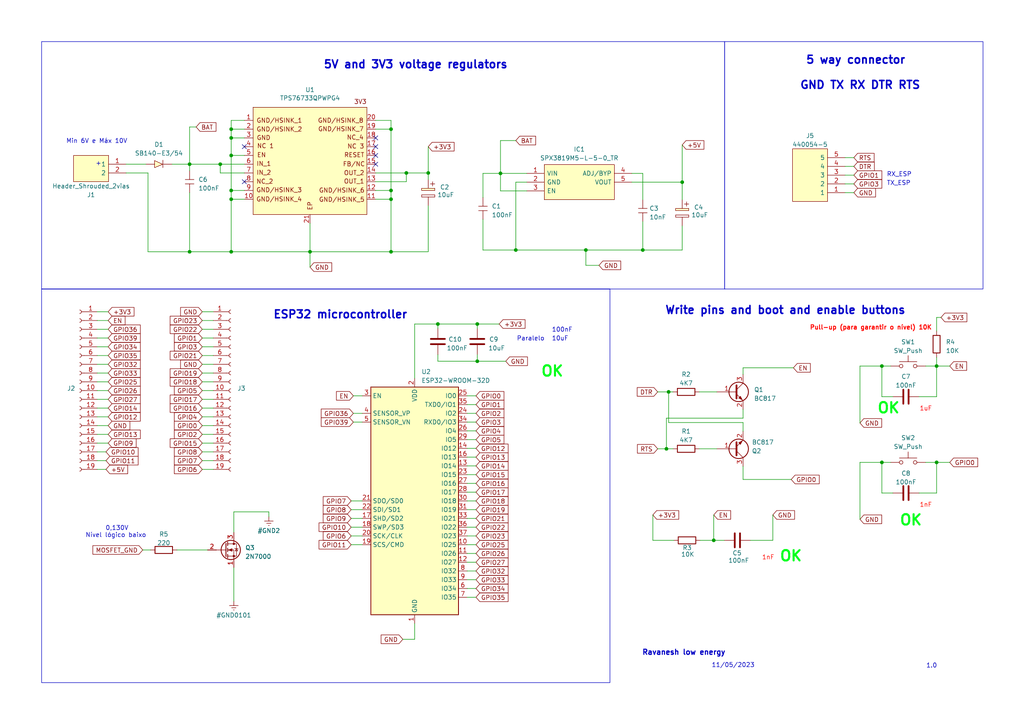
<source format=kicad_sch>
(kicad_sch (version 20230121) (generator eeschema)
  (paper "A4")
  (lib_symbols
    (symbol "Capacitor_0805_2_1" (pin_numbers hide) (pin_names hide)
      (property "Reference" "C1" (at -1.27 -1.905 90))
      (property "Value" "100nF" (at -3.81 -1.905 90))
      (symbol "Capacitor_0805_2_1_1_1"
        (pin bidirectional line (at -5.08 0 0) (length 2.54) (name "") (number "1"))
        (pin bidirectional line (at 1.27 0 180) (length 2.54) (name "") (number "2"))
      )
    )
    (symbol "Capacitor_0805_2_2" (pin_numbers hide) (pin_names hide)
      (property "Reference" "C1" (at -1.27 -1.905 90))
      (property "Value" "100nF" (at -3.81 -1.905 90))
      (symbol "Capacitor_0805_2_2_1_1"
        (pin bidirectional line (at -5.08 0 0) (length 2.54) (name "") (number "1"))
        (pin bidirectional line (at 1.27 0 180) (length 2.54) (name "") (number "2"))
      )
    )
    (symbol "Connector:Conn_01x19_Socket" (pin_names (offset 1.016) hide)
      (property "Reference" "J" (at 0 25.4 0))
      (property "Value" "Conn_01x19_Socket" (at 0 -25.4 0))
      (symbol "Conn_01x19_Socket_1_1"
        (pin passive line (at -5.08 22.86 0) (length 3.81) (name "Pin_1") (number "1"))
        (pin passive line (at -5.08 0 0) (length 3.81) (name "Pin_10") (number "10"))
        (pin passive line (at -5.08 -2.54 0) (length 3.81) (name "Pin_11") (number "11"))
        (pin passive line (at -5.08 -5.08 0) (length 3.81) (name "Pin_12") (number "12"))
        (pin passive line (at -5.08 -7.62 0) (length 3.81) (name "Pin_13") (number "13"))
        (pin passive line (at -5.08 -10.16 0) (length 3.81) (name "Pin_14") (number "14"))
        (pin passive line (at -5.08 -12.7 0) (length 3.81) (name "Pin_15") (number "15"))
        (pin passive line (at -5.08 -15.24 0) (length 3.81) (name "Pin_16") (number "16"))
        (pin passive line (at -5.08 -17.78 0) (length 3.81) (name "Pin_17") (number "17"))
        (pin passive line (at -5.08 -20.32 0) (length 3.81) (name "Pin_18") (number "18"))
        (pin passive line (at -5.08 -22.86 0) (length 3.81) (name "Pin_19") (number "19"))
        (pin passive line (at -5.08 20.32 0) (length 3.81) (name "Pin_2") (number "2"))
        (pin passive line (at -5.08 17.78 0) (length 3.81) (name "Pin_3") (number "3"))
        (pin passive line (at -5.08 15.24 0) (length 3.81) (name "Pin_4") (number "4"))
        (pin passive line (at -5.08 12.7 0) (length 3.81) (name "Pin_5") (number "5"))
        (pin passive line (at -5.08 10.16 0) (length 3.81) (name "Pin_6") (number "6"))
        (pin passive line (at -5.08 7.62 0) (length 3.81) (name "Pin_7") (number "7"))
        (pin passive line (at -5.08 5.08 0) (length 3.81) (name "Pin_8") (number "8"))
        (pin passive line (at -5.08 2.54 0) (length 3.81) (name "Pin_9") (number "9"))
      )
    )
    (symbol "Device:C" (pin_numbers hide) (pin_names (offset 0.254))
      (property "Reference" "C" (at 0.635 2.54 0))
      (property "Value" "C" (at 0.635 -2.54 0))
      (symbol "C_1_1"
        (pin passive line (at 0 3.81 270) (length 2.794) (name "~") (number "1"))
        (pin passive line (at 0 -3.81 90) (length 2.794) (name "~") (number "2"))
      )
    )
    (symbol "Device:R" (pin_numbers hide) (pin_names (offset 0))
      (property "Reference" "R" (at 2.032 0 90))
      (property "Value" "R" (at 0 0 90))
      (symbol "R_1_1"
        (pin passive line (at 0 3.81 270) (length 1.27) (name "~") (number "1"))
        (pin passive line (at 0 -3.81 90) (length 1.27) (name "~") (number "2"))
      )
    )
    (symbol "My_library:440054-5" (pin_names (offset 0.762))
      (property "Reference" "J" (at 16.51 7.62 0))
      (property "Value" "440054-5" (at 16.51 5.08 0))
      (symbol "440054-5_0_0"
        (pin passive line (at 0 0 0) (length 5.08) (name "1") (number "1"))
        (pin passive line (at 0 -2.54 0) (length 5.08) (name "2") (number "2"))
        (pin passive line (at 0 -5.08 0) (length 5.08) (name "3") (number "3"))
        (pin passive line (at 0 -7.62 0) (length 5.08) (name "4") (number "4"))
        (pin passive line (at 0 -10.16 0) (length 5.08) (name "5") (number "5"))
      )
    )
    (symbol "My_library:Capacitor_0805_2" (pin_numbers hide) (pin_names hide)
      (property "Reference" "C1" (at -1.27 -1.905 90))
      (property "Value" "100nF" (at -3.81 -1.905 90))
      (symbol "Capacitor_0805_2_1_1"
        (pin bidirectional line (at -5.08 0 0) (length 2.54) (name "") (number "1"))
        (pin bidirectional line (at 1.27 0 180) (length 2.54) (name "") (number "2"))
      )
    )
    (symbol "My_library:Capacitor_Eletrolítico" (pin_numbers hide) (pin_names hide)
      (property "Reference" "C2" (at 0.3175 -4.7625 90))
      (property "Value" "10uF" (at -1.905 -5.08 90))
      (symbol "Capacitor_Eletrolítico_1_1"
        (pin bidirectional line (at -5.08 0 0) (length 2.54) (name "") (number "1"))
        (pin bidirectional line (at 2.54 0 180) (length 2.54) (name "") (number "2"))
      )
    )
    (symbol "My_library:Diodo_1" (pin_numbers hide) (pin_names hide)
      (property "Reference" "D1" (at 0 5.08 0))
      (property "Value" "SB140-E3/54" (at 0 3.175 0))
      (symbol "Diodo_1_1_1"
        (pin passive line (at -3.81 0 0) (length 2.54) (name "~") (number "1"))
        (pin passive line (at 3.81 0 180) (length 2.54) (name "~") (number "2"))
      )
    )
    (symbol "My_library:ESP32-WROOM-32D_1"
      (property "Reference" "U3" (at 1.9559 37.465 0))
      (property "Value" "ESP32-WROOM-32D" (at 1.9559 34.925 0))
      (symbol "ESP32-WROOM-32D_1_1_1"
        (pin passive line (at 0 -35.56 90) (length 2.54) (name "GND") (number "1"))
        (pin bidirectional line (at 15.24 -12.7 180) (length 2.54) (name "IO25") (number "10"))
        (pin bidirectional line (at 15.24 -15.24 180) (length 2.54) (name "IO26") (number "11"))
        (pin bidirectional line (at 15.24 -17.78 180) (length 2.54) (name "IO27") (number "12"))
        (pin bidirectional line (at 15.24 10.16 180) (length 2.54) (name "IO14") (number "13"))
        (pin bidirectional line (at 15.24 15.24 180) (length 2.54) (name "IO12") (number "14"))
        (pin passive line (at 0 -35.56 90) (length 2.54) hide (name "GND") (number "15"))
        (pin bidirectional line (at 15.24 12.7 180) (length 2.54) (name "IO13") (number "16"))
        (pin bidirectional line (at -15.24 -5.08 0) (length 2.54) (name "SHD/SD2") (number "17"))
        (pin bidirectional line (at -15.24 -7.62 0) (length 2.54) (name "SWP/SD3") (number "18"))
        (pin bidirectional line (at -15.24 -12.7 0) (length 2.54) (name "SCS/CMD") (number "19"))
        (pin passive line (at 0 35.56 270) (length 2.54) (name "VDD") (number "2"))
        (pin bidirectional line (at -15.24 -10.16 0) (length 2.54) (name "SCK/CLK") (number "20"))
        (pin bidirectional line (at -15.24 0 0) (length 2.54) (name "SDO/SD0") (number "21"))
        (pin bidirectional line (at -15.24 -2.54 0) (length 2.54) (name "SDI/SD1") (number "22"))
        (pin bidirectional line (at 15.24 7.62 180) (length 2.54) (name "IO15") (number "23"))
        (pin bidirectional line (at 15.24 25.4 180) (length 2.54) (name "IO2") (number "24"))
        (pin bidirectional line (at 15.24 30.48 180) (length 2.54) (name "IO0") (number "25"))
        (pin bidirectional line (at 15.24 20.32 180) (length 2.54) (name "IO4") (number "26"))
        (pin bidirectional line (at 15.24 5.08 180) (length 2.54) (name "IO16") (number "27"))
        (pin bidirectional line (at 15.24 2.54 180) (length 2.54) (name "IO17") (number "28"))
        (pin bidirectional line (at 15.24 17.78 180) (length 2.54) (name "IO5") (number "29"))
        (pin input line (at -15.24 30.48 0) (length 2.54) (name "EN") (number "3"))
        (pin bidirectional line (at 15.24 0 180) (length 2.54) (name "IO18") (number "30"))
        (pin bidirectional line (at 15.24 -2.54 180) (length 2.54) (name "IO19") (number "31"))
        (pin no_connect line (at -12.7 -27.94 0) (length 2.54) hide (name "NC") (number "32"))
        (pin bidirectional line (at 15.24 -5.08 180) (length 2.54) (name "IO21") (number "33"))
        (pin bidirectional line (at 15.24 22.86 180) (length 2.54) (name "RXD0/IO3") (number "34"))
        (pin bidirectional line (at 15.24 27.94 180) (length 2.54) (name "TXD0/IO1") (number "35"))
        (pin bidirectional line (at 15.24 -7.62 180) (length 2.54) (name "IO22") (number "36"))
        (pin bidirectional line (at 15.24 -10.16 180) (length 2.54) (name "IO23") (number "37"))
        (pin passive line (at 0 -35.56 90) (length 2.54) hide (name "GND") (number "38"))
        (pin passive line (at 0 -35.56 90) (length 2.54) hide (name "GND") (number "39"))
        (pin input line (at -15.24 25.4 0) (length 2.54) (name "SENSOR_VP") (number "4"))
        (pin input line (at -15.24 22.86 0) (length 2.54) (name "SENSOR_VN") (number "5"))
        (pin input line (at 15.24 -25.4 180) (length 2.54) (name "IO34") (number "6"))
        (pin input line (at 15.24 -27.94 180) (length 2.54) (name "IO35") (number "7"))
        (pin bidirectional line (at 15.24 -20.32 180) (length 2.54) (name "IO32") (number "8"))
        (pin bidirectional line (at 15.24 -22.86 180) (length 2.54) (name "IO33") (number "9"))
      )
    )
    (symbol "My_library:Header_Shrouded_2vias" (pin_names (offset 0.762))
      (property "Reference" "J" (at 9.525 6.35 0))
      (property "Value" "Header_Shrouded_2vias" (at 5.08 3.81 0))
      (symbol "Header_Shrouded_2vias_0_0"
        (pin passive line (at 0 0 0) (length 5.08) (name "1") (number "1"))
        (pin passive line (at 0 -2.54 0) (length 5.08) (name "2") (number "2"))
      )
    )
    (symbol "My_library:SPX3819M5-L-5-0_TR" (pin_names (offset 0.762))
      (property "Reference" "IC1" (at 15.24 6.985 0))
      (property "Value" "SPX3819M5-L-5-0_TR" (at 15.24 4.445 0))
      (symbol "SPX3819M5-L-5-0_TR_0_0"
        (pin passive line (at 0 0 0) (length 5.08) (name "VIN") (number "1"))
        (pin passive line (at 0 -2.54 0) (length 5.08) (name "GND") (number "2"))
        (pin passive line (at 0 -5.08 0) (length 5.08) (name "EN") (number "3"))
        (pin passive line (at 30.48 0 180) (length 5.08) (name "ADJ/BYP") (number "4"))
      )
      (symbol "SPX3819M5-L-5-0_TR_1_0"
        (pin passive line (at 30.48 -2.54 180) (length 5.08) (name "VOUT") (number "5"))
      )
    )
    (symbol "My_library:TPS76733QPWPG4" (pin_names (offset 40))
      (property "Reference" "U1" (at 6.35 5.08 0))
      (property "Value" "TPS76733QPWPG4" (at 6.35 2.54 0))
      (symbol "TPS76733QPWPG4_1_0"
        (pin passive line (at -12.7 -10.16 0) (length 2.54) (name "") (number "3"))
      )
      (symbol "TPS76733QPWPG4_1_1"
        (text "3V3" (at 20.95 0.37 0) (effects (font (size 1.27 1.27))))
        (text "EN" (at -7.71 -15.08 0) (effects (font (size 1.27 1.27))))
        (text "EP" (at 6.35 -29.845 900) (effects (font (size 1.27 1.27))))
        (text "FB/NC" (at 19.09 -17.71 0) (effects (font (size 1.27 1.27))))
        (text "GND\n" (at -7.11 -10.09 0) (effects (font (size 1.27 1.27))))
        (text "GND/HSINK_1" (at -2.54 -5.08 0) (effects (font (size 1.27 1.27))))
        (text "GND/HSINK_2" (at -2.54 -7.62 0) (effects (font (size 1.27 1.27))))
        (text "GND/HSINK_3" (at -2.61 -25.24 0) (effects (font (size 1.27 1.27))))
        (text "GND/HSINK_4" (at -2.61 -27.91 0) (effects (font (size 1.27 1.27))))
        (text "GND/HSINK_5" (at 15.56 -28.01 0) (effects (font (size 1.27 1.27))))
        (text "GND/HSINK_6" (at 15.56 -25.34 0) (effects (font (size 1.27 1.27))))
        (text "GND/HSINK_7" (at 15.32 -7.55 0) (effects (font (size 1.27 1.27))))
        (text "GND/HSINK_8" (at 15.24 -5.08 0) (effects (font (size 1.27 1.27))))
        (text "IN_1" (at -7.04 -17.61 0) (effects (font (size 1.27 1.27))))
        (text "IN_2" (at -7.04 -20.19 0) (effects (font (size 1.27 1.27))))
        (text "NC 1" (at -6.57 -12.46 0) (effects (font (size 1.27 1.27))))
        (text "NC 3" (at 19.62 -12.56 0) (effects (font (size 1.27 1.27))))
        (text "NC_2" (at -6.76 -22.76 0) (effects (font (size 1.27 1.27))))
        (text "NC_4" (at 19.47 -9.98 0) (effects (font (size 1.27 1.27))))
        (text "OUT_1" (at 19.14 -22.72 0) (effects (font (size 1.27 1.27))))
        (text "OUT_2" (at 19.14 -20.28 0) (effects (font (size 1.27 1.27))))
        (text "RESET" (at 19.19 -15.08 0) (effects (font (size 1.27 1.27))))
        (pin passive line (at -12.7 -5.08 0) (length 2.54) (name "") (number "1"))
        (pin passive line (at -12.7 -27.94 0) (length 2.54) (name "") (number "10"))
        (pin passive line (at 25.4 -27.94 180) (length 2.54) (name "") (number "11"))
        (pin passive line (at 25.4 -25.4 180) (length 2.54) (name "") (number "12"))
        (pin passive line (at 25.4 -22.86 180) (length 2.54) (name "") (number "13"))
        (pin passive line (at 25.4 -20.32 180) (length 2.54) (name "") (number "14"))
        (pin passive line (at 25.4 -17.78 180) (length 2.54) (name "") (number "15"))
        (pin passive line (at 25.4 -15.24 180) (length 2.54) (name "") (number "16"))
        (pin passive line (at 25.4 -12.7 180) (length 2.54) (name "") (number "17"))
        (pin passive line (at 25.4 -10.16 180) (length 2.54) (name "") (number "18"))
        (pin passive line (at 25.4 -7.62 180) (length 2.54) (name "") (number "19"))
        (pin passive line (at -12.7 -7.62 0) (length 2.54) (name "") (number "2"))
        (pin passive line (at 25.4 -5.08 180) (length 2.54) (name "") (number "20"))
        (pin passive line (at 6.35 -34.925 90) (length 2.54) (name "") (number "21"))
        (pin passive line (at -12.7 -12.7 0) (length 2.54) (name "") (number "4"))
        (pin passive line (at -12.7 -15.24 0) (length 2.54) (name "") (number "5"))
        (pin passive line (at -12.7 -17.78 0) (length 2.54) (name "") (number "6"))
        (pin passive line (at -12.7 -20.32 0) (length 2.54) (name "") (number "7"))
        (pin passive line (at -12.7 -22.86 0) (length 2.54) (name "") (number "8"))
        (pin passive line (at -12.7 -25.4 0) (length 2.54) (name "") (number "9"))
      )
    )
    (symbol "Switch:SW_Push" (pin_numbers hide) (pin_names (offset 1.016) hide)
      (property "Reference" "SW" (at 1.27 2.54 0))
      (property "Value" "SW_Push" (at 0 -1.524 0))
      (symbol "SW_Push_0_1"
        (pin passive line (at -5.08 0 0) (length 2.54) (name "1") (number "1"))
        (pin passive line (at 5.08 0 180) (length 2.54) (name "2") (number "2"))
      )
    )
    (symbol "Transistor_BJT:BC817" (pin_names (offset 0) hide)
      (property "Reference" "Q" (at 5.08 1.905 0))
      (property "Value" "BC817" (at 5.08 0 0))
      (symbol "BC817_1_1"
        (pin input line (at -5.08 0 0) (length 5.715) (name "B") (number "1"))
        (pin passive line (at 2.54 -5.08 90) (length 2.54) (name "E") (number "2"))
        (pin passive line (at 2.54 5.08 270) (length 2.54) (name "C") (number "3"))
      )
    )
    (symbol "Transistor_FET:2N7000" (pin_names hide)
      (property "Reference" "Q" (at 5.08 1.905 0))
      (property "Value" "2N7000" (at 5.08 0 0))
      (symbol "2N7000_1_1"
        (pin passive line (at 2.54 -5.08 90) (length 2.54) (name "S") (number "1"))
        (pin input line (at -5.08 0 0) (length 2.54) (name "G") (number "2"))
        (pin passive line (at 2.54 5.08 270) (length 2.54) (name "D") (number "3"))
      )
    )
    (symbol "power:Earth" (power) (pin_names (offset 0))
      (symbol "Earth_1_1"
        (pin power_in line (at 0 0 270) (length 0) hide (name "Earth") (number "1"))
      )
    )
  )
  (junction (at 113.411 73.025))
  (junction (at 54.991 47.625))
  (junction (at 271.653 134.112))
  (junction (at 67.056 73.025))
  (junction (at 193.929 113.665))
  (junction (at 54.991 73.025))
  (junction (at 63.881 47.625))
  (junction (at 255.778 134.112))
  (junction (at 67.056 45.085))
  (junction (at 117.856 50.165))
  (junction (at 255.778 106.172))
  (junction (at 138.43 93.98))
  (junction (at 271.653 106.172))
  (junction (at 67.056 40.005))
  (junction (at 124.206 50.165))
  (junction (at 207.01 156.718))
  (junction (at 127 93.98))
  (junction (at 67.056 55.245))
  (junction (at 113.411 55.245))
  (junction (at 186.436 72.517))
  (junction (at 169.926 72.517))
  (junction (at 138.43 104.775))
  (junction (at 197.866 52.832))
  (junction (at 193.294 130.175))
  (junction (at 149.606 72.517))
  (junction (at 67.056 37.465))
  (junction (at 113.411 57.785))
  (junction (at 113.411 37.465))
  (junction (at 145.161 50.292))
  (junction (at 89.916 73.025))
  (junction (at 67.056 57.785))
  (no_connect (at 108.966 40.005))
  (no_connect (at 108.966 47.625))
  (no_connect (at 70.866 42.545))
  (no_connect (at 108.966 45.085))
  (no_connect (at 108.966 42.545))
  (no_connect (at 70.866 52.705))
  (wire (pts (xy 135.509 170.688) (xy 138.049 170.688)))
  (wire (pts (xy 28.194 125.984) (xy 31.369 125.984)))
  (wire (pts (xy 249.428 122.682) (xy 249.428 106.172)))
  (wire (pts (xy 42.926 50.165) (xy 42.926 73.025)))
  (wire (pts (xy 135.509 137.668) (xy 138.049 137.668)))
  (wire (pts (xy 67.818 148.463) (xy 67.818 154.432)))
  (wire (pts (xy 245.11 45.72) (xy 247.65 45.72)))
  (wire (pts (xy 28.194 133.604) (xy 30.734 133.604)))
  (wire (pts (xy 190.754 113.665) (xy 193.929 113.665)))
  (wire (pts (xy 197.866 52.832) (xy 183.261 52.832)))
  (wire (pts (xy 135.509 135.128) (xy 138.049 135.128)))
  (wire (pts (xy 266.573 115.062) (xy 271.653 115.062)))
  (wire (pts (xy 255.778 134.112) (xy 258.318 134.112)))
  (wire (pts (xy 58.674 110.744) (xy 61.849 110.744)))
  (wire (pts (xy 135.509 145.288) (xy 138.049 145.288)))
  (wire (pts (xy 102.489 122.428) (xy 105.029 122.428)))
  (wire (pts (xy 193.929 122.555) (xy 193.929 113.665)))
  (wire (pts (xy 58.674 125.984) (xy 61.849 125.984)))
  (wire (pts (xy 58.674 133.604) (xy 61.849 133.604)))
  (wire (pts (xy 138.43 93.98) (xy 144.78 93.98)))
  (wire (pts (xy 145.161 50.292) (xy 140.081 50.292)))
  (wire (pts (xy 42.926 73.025) (xy 54.991 73.025)))
  (wire (pts (xy 229.489 139.065) (xy 215.519 139.065)))
  (wire (pts (xy 245.11 55.88) (xy 247.65 55.88)))
  (wire (pts (xy 215.519 139.065) (xy 215.519 135.255)))
  (wire (pts (xy 202.819 113.665) (xy 207.899 113.665)))
  (wire (pts (xy 58.674 92.964) (xy 61.849 92.964)))
  (wire (pts (xy 215.519 118.745) (xy 215.519 121.285)))
  (wire (pts (xy 101.854 145.288) (xy 105.029 145.288)))
  (wire (pts (xy 28.194 98.044) (xy 31.369 98.044)))
  (wire (pts (xy 117.856 52.705) (xy 117.856 50.165)))
  (wire (pts (xy 54.991 73.025) (xy 67.056 73.025)))
  (wire (pts (xy 51.308 159.512) (xy 60.198 159.512)))
  (wire (pts (xy 28.194 100.584) (xy 31.369 100.584)))
  (wire (pts (xy 255.778 106.172) (xy 258.318 106.172)))
  (wire (pts (xy 152.781 52.832) (xy 149.606 52.832)))
  (wire (pts (xy 67.056 37.465) (xy 70.866 37.465)))
  (wire (pts (xy 63.881 47.625) (xy 70.866 47.625)))
  (wire (pts (xy 67.056 40.005) (xy 70.866 40.005)))
  (wire (pts (xy 58.674 128.524) (xy 61.849 128.524)))
  (wire (pts (xy 135.509 122.428) (xy 138.049 122.428)))
  (wire (pts (xy 135.509 152.908) (xy 138.049 152.908)))
  (wire (pts (xy 70.866 34.925) (xy 67.056 34.925)))
  (wire (pts (xy 135.509 142.748) (xy 138.049 142.748)))
  (wire (pts (xy 207.01 156.718) (xy 210.058 156.718)))
  (wire (pts (xy 215.519 122.555) (xy 193.929 122.555)))
  (wire (pts (xy 58.674 136.144) (xy 61.849 136.144)))
  (wire (pts (xy 135.509 119.888) (xy 138.049 119.888)))
  (wire (pts (xy 215.519 106.68) (xy 215.519 108.585)))
  (wire (pts (xy 28.194 108.204) (xy 31.369 108.204)))
  (wire (pts (xy 28.194 120.904) (xy 31.369 120.904)))
  (wire (pts (xy 173.736 76.962) (xy 169.926 76.962)))
  (wire (pts (xy 36.576 50.165) (xy 42.926 50.165)))
  (wire (pts (xy 67.056 73.025) (xy 89.916 73.025)))
  (wire (pts (xy 271.653 115.062) (xy 271.653 106.172)))
  (wire (pts (xy 28.194 123.444) (xy 31.369 123.444)))
  (wire (pts (xy 58.674 123.444) (xy 61.849 123.444)))
  (wire (pts (xy 116.84 185.42) (xy 120.269 185.42)))
  (wire (pts (xy 120.269 93.98) (xy 127 93.98)))
  (wire (pts (xy 135.509 157.988) (xy 138.049 157.988)))
  (wire (pts (xy 28.194 136.144) (xy 30.734 136.144)))
  (wire (pts (xy 67.056 45.085) (xy 70.866 45.085)))
  (wire (pts (xy 28.194 95.504) (xy 31.369 95.504)))
  (wire (pts (xy 58.674 108.204) (xy 61.849 108.204)))
  (wire (pts (xy 67.056 55.245) (xy 67.056 57.785)))
  (wire (pts (xy 193.294 130.175) (xy 195.199 130.175)))
  (wire (pts (xy 67.056 57.785) (xy 67.056 73.025)))
  (wire (pts (xy 193.929 113.665) (xy 195.199 113.665)))
  (wire (pts (xy 28.194 118.364) (xy 31.369 118.364)))
  (wire (pts (xy 113.411 57.785) (xy 113.411 73.025)))
  (wire (pts (xy 145.161 40.767) (xy 145.161 50.292)))
  (wire (pts (xy 202.819 130.175) (xy 207.899 130.175)))
  (wire (pts (xy 189.357 149.352) (xy 189.357 156.718)))
  (wire (pts (xy 67.818 164.592) (xy 67.818 174.371)))
  (wire (pts (xy 249.428 150.622) (xy 249.428 134.112)))
  (wire (pts (xy 58.674 103.124) (xy 61.849 103.124)))
  (wire (pts (xy 70.866 50.165) (xy 63.881 50.165)))
  (wire (pts (xy 140.081 63.627) (xy 140.081 72.517)))
  (wire (pts (xy 54.991 47.625) (xy 63.881 47.625)))
  (wire (pts (xy 190.754 130.175) (xy 193.294 130.175)))
  (wire (pts (xy 258.953 115.062) (xy 255.778 115.062)))
  (wire (pts (xy 67.056 37.465) (xy 67.056 40.005)))
  (wire (pts (xy 108.966 34.925) (xy 113.411 34.925)))
  (wire (pts (xy 89.916 73.025) (xy 89.916 77.47)))
  (wire (pts (xy 101.854 155.448) (xy 105.029 155.448)))
  (wire (pts (xy 58.674 105.664) (xy 61.849 105.664)))
  (wire (pts (xy 54.991 47.625) (xy 54.991 49.53)))
  (wire (pts (xy 113.411 55.245) (xy 113.411 57.785)))
  (wire (pts (xy 149.606 40.767) (xy 145.161 40.767)))
  (wire (pts (xy 63.881 50.165) (xy 63.881 47.625)))
  (wire (pts (xy 101.854 152.908) (xy 105.029 152.908)))
  (wire (pts (xy 255.778 143.002) (xy 255.778 134.112)))
  (wire (pts (xy 28.194 92.964) (xy 31.369 92.964)))
  (wire (pts (xy 189.357 156.718) (xy 195.453 156.718)))
  (wire (pts (xy 203.073 156.718) (xy 207.01 156.718)))
  (wire (pts (xy 186.436 57.912) (xy 186.436 50.292)))
  (wire (pts (xy 271.653 103.632) (xy 271.653 106.172)))
  (wire (pts (xy 117.856 50.165) (xy 124.206 50.165)))
  (wire (pts (xy 28.194 90.424) (xy 31.369 90.424)))
  (wire (pts (xy 135.509 173.228) (xy 138.049 173.228)))
  (wire (pts (xy 186.436 50.292) (xy 183.261 50.292)))
  (wire (pts (xy 197.866 42.037) (xy 197.866 52.832)))
  (wire (pts (xy 152.781 50.292) (xy 145.161 50.292)))
  (wire (pts (xy 215.519 121.285) (xy 193.294 121.285)))
  (wire (pts (xy 135.509 150.368) (xy 138.049 150.368)))
  (wire (pts (xy 127 102.87) (xy 127 104.775)))
  (wire (pts (xy 54.991 55.88) (xy 54.991 73.025)))
  (wire (pts (xy 113.411 34.925) (xy 113.411 37.465)))
  (wire (pts (xy 120.269 185.42) (xy 120.269 180.848)))
  (wire (pts (xy 138.43 95.25) (xy 138.43 93.98)))
  (wire (pts (xy 108.966 55.245) (xy 113.411 55.245)))
  (wire (pts (xy 56.896 36.83) (xy 54.991 36.83)))
  (wire (pts (xy 152.781 55.372) (xy 145.161 55.372)))
  (wire (pts (xy 255.778 115.062) (xy 255.778 106.172)))
  (wire (pts (xy 58.674 95.504) (xy 61.849 95.504)))
  (wire (pts (xy 127 93.98) (xy 138.43 93.98)))
  (wire (pts (xy 67.056 34.925) (xy 67.056 37.465)))
  (wire (pts (xy 271.653 134.112) (xy 268.478 134.112)))
  (wire (pts (xy 135.509 140.208) (xy 138.049 140.208)))
  (wire (pts (xy 271.653 143.002) (xy 271.653 134.112)))
  (wire (pts (xy 108.966 52.705) (xy 117.856 52.705)))
  (wire (pts (xy 135.509 127.508) (xy 138.049 127.508)))
  (wire (pts (xy 135.509 160.528) (xy 138.049 160.528)))
  (wire (pts (xy 271.653 134.112) (xy 275.463 134.112)))
  (wire (pts (xy 138.43 104.775) (xy 146.685 104.775)))
  (wire (pts (xy 67.056 40.005) (xy 67.056 45.085)))
  (wire (pts (xy 49.911 47.625) (xy 54.991 47.625)))
  (wire (pts (xy 58.674 118.364) (xy 61.849 118.364)))
  (wire (pts (xy 271.653 106.172) (xy 275.463 106.172)))
  (wire (pts (xy 230.124 106.68) (xy 215.519 106.68)))
  (wire (pts (xy 58.674 131.064) (xy 61.849 131.064)))
  (wire (pts (xy 197.866 72.517) (xy 186.436 72.517)))
  (wire (pts (xy 149.606 52.832) (xy 149.606 72.517)))
  (wire (pts (xy 135.509 117.348) (xy 138.049 117.348)))
  (wire (pts (xy 245.11 50.8) (xy 247.65 50.8)))
  (wire (pts (xy 249.428 106.172) (xy 255.778 106.172)))
  (wire (pts (xy 135.509 155.448) (xy 138.049 155.448)))
  (wire (pts (xy 135.509 163.068) (xy 138.049 163.068)))
  (wire (pts (xy 58.674 115.824) (xy 61.849 115.824)))
  (wire (pts (xy 67.056 55.245) (xy 70.866 55.245)))
  (wire (pts (xy 135.509 165.608) (xy 138.049 165.608)))
  (wire (pts (xy 67.056 45.085) (xy 67.056 55.245)))
  (wire (pts (xy 266.573 143.002) (xy 271.653 143.002)))
  (wire (pts (xy 113.411 37.465) (xy 113.411 55.245)))
  (wire (pts (xy 217.678 156.718) (xy 224.155 156.718)))
  (wire (pts (xy 145.161 55.372) (xy 145.161 50.292)))
  (wire (pts (xy 113.411 73.025) (xy 89.916 73.025)))
  (wire (pts (xy 108.966 50.165) (xy 117.856 50.165)))
  (wire (pts (xy 28.194 103.124) (xy 31.369 103.124)))
  (wire (pts (xy 127 95.25) (xy 127 93.98)))
  (wire (pts (xy 102.489 114.808) (xy 105.029 114.808)))
  (wire (pts (xy 135.509 124.968) (xy 138.049 124.968)))
  (wire (pts (xy 186.436 64.262) (xy 186.436 72.517)))
  (wire (pts (xy 249.428 134.112) (xy 255.778 134.112)))
  (wire (pts (xy 108.966 57.785) (xy 113.411 57.785)))
  (wire (pts (xy 124.206 50.165) (xy 124.206 52.07)))
  (wire (pts (xy 138.43 102.87) (xy 138.43 104.775)))
  (wire (pts (xy 127 104.775) (xy 138.43 104.775)))
  (wire (pts (xy 101.854 150.368) (xy 105.029 150.368)))
  (wire (pts (xy 135.509 147.828) (xy 138.049 147.828)))
  (wire (pts (xy 135.509 132.588) (xy 138.049 132.588)))
  (wire (pts (xy 41.402 159.512) (xy 43.688 159.512)))
  (wire (pts (xy 28.194 128.524) (xy 31.369 128.524)))
  (wire (pts (xy 58.674 120.904) (xy 61.849 120.904)))
  (wire (pts (xy 207.01 156.718) (xy 207.01 149.352)))
  (wire (pts (xy 186.436 72.517) (xy 169.926 72.517)))
  (wire (pts (xy 215.519 125.095) (xy 215.519 122.555)))
  (wire (pts (xy 258.953 143.002) (xy 255.778 143.002)))
  (wire (pts (xy 245.11 48.26) (xy 247.65 48.26)))
  (wire (pts (xy 28.194 113.284) (xy 31.369 113.284)))
  (wire (pts (xy 271.653 106.172) (xy 268.478 106.172)))
  (wire (pts (xy 135.509 130.048) (xy 138.049 130.048)))
  (wire (pts (xy 224.155 149.352) (xy 224.155 156.718)))
  (wire (pts (xy 193.294 121.285) (xy 193.294 130.175)))
  (wire (pts (xy 149.606 72.517) (xy 169.926 72.517)))
  (wire (pts (xy 58.674 113.284) (xy 61.849 113.284)))
  (wire (pts (xy 101.854 147.828) (xy 105.029 147.828)))
  (wire (pts (xy 124.206 42.545) (xy 124.206 50.165)))
  (wire (pts (xy 169.926 72.517) (xy 169.926 76.962)))
  (wire (pts (xy 108.966 37.465) (xy 113.411 37.465)))
  (wire (pts (xy 77.978 148.463) (xy 67.818 148.463)))
  (wire (pts (xy 124.206 59.69) (xy 124.206 73.025)))
  (wire (pts (xy 197.866 52.832) (xy 197.866 57.912)))
  (wire (pts (xy 135.509 114.808) (xy 138.049 114.808)))
  (wire (pts (xy 36.576 47.625) (xy 42.291 47.625)))
  (wire (pts (xy 58.674 90.424) (xy 61.849 90.424)))
  (wire (pts (xy 58.674 100.584) (xy 61.849 100.584)))
  (wire (pts (xy 77.978 149.86) (xy 77.978 148.463)))
  (wire (pts (xy 58.674 98.044) (xy 61.849 98.044)))
  (wire (pts (xy 245.11 53.34) (xy 247.65 53.34)))
  (wire (pts (xy 271.653 96.012) (xy 271.653 92.075)))
  (wire (pts (xy 140.081 72.517) (xy 149.606 72.517)))
  (wire (pts (xy 89.916 64.77) (xy 89.916 73.025)))
  (wire (pts (xy 271.653 92.075) (xy 272.923 92.075)))
  (wire (pts (xy 54.991 36.83) (xy 54.991 47.625)))
  (wire (pts (xy 135.509 168.148) (xy 138.049 168.148)))
  (wire (pts (xy 197.866 65.532) (xy 197.866 72.517)))
  (wire (pts (xy 67.056 57.785) (xy 70.866 57.785)))
  (wire (pts (xy 28.194 131.064) (xy 30.734 131.064)))
  (wire (pts (xy 140.081 50.292) (xy 140.081 57.277)))
  (wire (pts (xy 28.194 110.744) (xy 31.369 110.744)))
  (wire (pts (xy 28.194 115.824) (xy 31.369 115.824)))
  (wire (pts (xy 102.489 119.888) (xy 105.029 119.888)))
  (wire (pts (xy 124.206 73.025) (xy 113.411 73.025)))
  (wire (pts (xy 28.194 105.664) (xy 31.369 105.664)))
  (wire (pts (xy 101.854 157.988) (xy 105.029 157.988)))
  (wire (pts (xy 120.269 93.98) (xy 120.269 109.728)))
  (rectangle (start 12.065 83.82) (end 176.911 197.993))
  (rectangle (start 12.065 12.065) (end 210.185 83.82))
  (rectangle (start 210.185 12.065) (end 285.115 83.82))
  (text "OK" (at 254.254 120.269 0) (effects (font (size 3 3) (thickness 0.6) bold) (justify left bottom)))
  (text "TX_ESP" (at 257.175 53.975 0) (effects (font (size 1.27 1.27)) (justify left bottom)))
  (text "11/05/2023" (at 206.375 193.802 0) (effects (font (size 1.27 1.27)) (justify left bottom)))
  (text "1.0" (at 268.605 193.929 0) (effects (font (size 1.27 1.27)) (justify left bottom)))
  (text "OK" (at 225.933 163.195 0) (effects (font (size 3 3) (thickness 0.6) bold) (justify left bottom)))
  (text "+" (at 27.686 48.26 0) (effects (font (size 1.27 1.27)) (justify left bottom)))
  (text "Min 6V e Máx 10V" (at 19.177 41.783 0) (effects (font (size 1.27 1.27)) (justify left bottom)))
  (text "Paralelo" (at 149.86 99.06 0) (effects (font (size 1.27 1.27)) (justify left bottom)))
  (text "1uF" (at 266.7 119.38 0) (effects (font (size 1.27 1.27)) (justify left bottom)))
  (text "\nESP32 microcontroller" (at 79.121 92.71 0) (effects (font (size 2.27 2.27) (thickness 0.454) bold) (justify left bottom)))
  (text "Pull-up (para garantir o nível) 10K" (at 234.823 95.885 0) (effects (font (size 1.27 1.27) (thickness 0.254) bold) (justify left bottom)))
  (text "OK" (at 260.731 152.781 0) (effects (font (size 3 3) (thickness 0.6) bold) (justify left bottom)))
  (text " 5 way connector\n\nGND TX RX DTR RTS" (at 231.902 26.162 0) (effects (font (size 2.27 2.27) (thickness 0.454) bold) (justify left bottom)))
  (text "\nWrite pins and boot and enable buttons" (at 192.786 91.44 0) (effects (font (size 2.27 2.27) (thickness 0.454) bold) (justify left bottom)))
  (text "OK" (at 156.718 109.601 0) (effects (font (size 3 3) (thickness 0.6) bold) (justify left bottom)))
  (text "10uF" (at 160.02 99.06 0) (effects (font (size 1.27 1.27)) (justify left bottom)))
  (text "5V and 3V3 voltage regulators" (at 93.726 20.193 0) (effects (font (size 2.27 2.27) (thickness 0.454) bold) (justify left bottom)))
  (text "Ravanesh low energy" (at 186.182 190.246 0) (effects (font (size 1.5 1.5) bold) (justify left bottom)))
  (text "RX_ESP" (at 257.175 51.435 0) (effects (font (size 1.27 1.27)) (justify left bottom)))
  (text "100nF" (at 160.02 96.52 0) (effects (font (size 1.27 1.27)) (justify left bottom)))
  (text "1nF" (at 266.7 147.32 0) (effects (font (size 1.27 1.27)) (justify left bottom)))
  (text "1nF" (at 220.98 162.56 0) (effects (font (size 1.27 1.27)) (justify left bottom)))
  (text "      0,130V \nNível lógico baixo" (at 24.765 156.083 0) (effects (font (size 1.27 1.27)) (justify left bottom)))
  (global_label "GPIO13" (shape input) (at 31.369 125.984 0) (property "Intersheetrefs" "${INTERSHEET_REFS}" (effects hide)))
  (global_label "GND" (shape input) (at 58.674 90.424 180) (property "Intersheetrefs" "${INTERSHEET_REFS}" (effects hide)))
  (global_label "GPIO32" (shape input) (at 138.049 165.608 0) (property "Intersheetrefs" "${INTERSHEET_REFS}" (effects hide)))
  (global_label "GPIO1" (shape input) (at 58.674 98.044 180) (property "Intersheetrefs" "${INTERSHEET_REFS}" (effects hide)))
  (global_label "+5V" (shape input) (at 197.866 42.037 0) (property "Intersheetrefs" "${INTERSHEET_REFS}" (effects hide)))
  (global_label "GND" (shape input) (at 249.428 150.622 0) (property "Intersheetrefs" "${INTERSHEET_REFS}" (effects hide)))
  (global_label "GPIO0" (shape input) (at 275.463 134.112 0) (property "Intersheetrefs" "${INTERSHEET_REFS}" (effects hide)))
  (global_label "GND" (shape input) (at 89.916 77.47 0) (property "Intersheetrefs" "${INTERSHEET_REFS}" (effects hide)))
  (global_label "GPIO39" (shape input) (at 31.369 98.044 0) (property "Intersheetrefs" "${INTERSHEET_REFS}" (effects hide)))
  (global_label "+3V3" (shape input) (at 31.369 90.424 0) (property "Intersheetrefs" "${INTERSHEET_REFS}" (effects hide)))
  (global_label "GPIO6" (shape input) (at 58.674 136.144 180) (property "Intersheetrefs" "${INTERSHEET_REFS}" (effects hide)))
  (global_label "GPIO11" (shape input) (at 101.854 157.988 180) (property "Intersheetrefs" "${INTERSHEET_REFS}" (effects hide)))
  (global_label "GPIO17" (shape input) (at 58.674 115.824 180) (property "Intersheetrefs" "${INTERSHEET_REFS}" (effects hide)))
  (global_label "GPIO23" (shape input) (at 138.049 155.448 0) (property "Intersheetrefs" "${INTERSHEET_REFS}" (effects hide)))
  (global_label "BAT" (shape input) (at 149.606 40.767 0) (property "Intersheetrefs" "${INTERSHEET_REFS}" (effects hide)))
  (global_label "EN" (shape input) (at 275.463 106.172 0) (property "Intersheetrefs" "${INTERSHEET_REFS}" (effects hide)))
  (global_label "GPIO1" (shape input) (at 247.65 50.8 0) (property "Intersheetrefs" "${INTERSHEET_REFS}" (effects hide)))
  (global_label "GPIO34" (shape input) (at 138.049 170.688 0) (property "Intersheetrefs" "${INTERSHEET_REFS}" (effects hide)))
  (global_label "GPIO18" (shape input) (at 138.049 145.288 0) (property "Intersheetrefs" "${INTERSHEET_REFS}" (effects hide)))
  (global_label "GPIO2" (shape input) (at 138.049 119.888 0) (property "Intersheetrefs" "${INTERSHEET_REFS}" (effects hide)))
  (global_label "+3V3" (shape input) (at 124.206 42.545 0) (property "Intersheetrefs" "${INTERSHEET_REFS}" (effects hide)))
  (global_label "+3V3" (shape input) (at 189.357 149.352 0) (property "Intersheetrefs" "${INTERSHEET_REFS}" (effects hide)))
  (global_label "BAT" (shape input) (at 56.896 36.83 0) (property "Intersheetrefs" "${INTERSHEET_REFS}" (effects hide)))
  (global_label "GPIO36" (shape input) (at 102.489 119.888 180) (property "Intersheetrefs" "${INTERSHEET_REFS}" (effects hide)))
  (global_label "GPIO10" (shape input) (at 101.854 152.908 180) (property "Intersheetrefs" "${INTERSHEET_REFS}" (effects hide)))
  (global_label "GPIO25" (shape input) (at 31.369 110.744 0) (property "Intersheetrefs" "${INTERSHEET_REFS}" (effects hide)))
  (global_label "GPIO14" (shape input) (at 138.049 135.128 0) (property "Intersheetrefs" "${INTERSHEET_REFS}" (effects hide)))
  (global_label "GPIO33" (shape input) (at 31.369 108.204 0) (property "Intersheetrefs" "${INTERSHEET_REFS}" (effects hide)))
  (global_label "GPIO13" (shape input) (at 138.049 132.588 0) (property "Intersheetrefs" "${INTERSHEET_REFS}" (effects hide)))
  (global_label "GPIO14" (shape input) (at 31.369 118.364 0) (property "Intersheetrefs" "${INTERSHEET_REFS}" (effects hide)))
  (global_label "DTR" (shape input) (at 190.754 113.665 180) (property "Intersheetrefs" "${INTERSHEET_REFS}" (effects hide)))
  (global_label "EN" (shape input) (at 230.124 106.68 0) (property "Intersheetrefs" "${INTERSHEET_REFS}" (effects hide)))
  (global_label "GPIO12" (shape input) (at 31.369 120.904 0) (property "Intersheetrefs" "${INTERSHEET_REFS}" (effects hide)))
  (global_label "+3V3" (shape input) (at 144.78 93.98 0) (property "Intersheetrefs" "${INTERSHEET_REFS}" (effects hide)))
  (global_label "GPIO2" (shape input) (at 58.674 125.984 180) (property "Intersheetrefs" "${INTERSHEET_REFS}" (effects hide)))
  (global_label "+3V3" (shape input) (at 272.923 92.075 0) (property "Intersheetrefs" "${INTERSHEET_REFS}" (effects hide)))
  (global_label "GPIO10" (shape input) (at 30.734 131.064 0) (property "Intersheetrefs" "${INTERSHEET_REFS}" (effects hide)))
  (global_label "EN" (shape input) (at 207.01 149.352 0) (property "Intersheetrefs" "${INTERSHEET_REFS}" (effects hide)))
  (global_label "GPIO1" (shape input) (at 138.049 117.348 0) (property "Intersheetrefs" "${INTERSHEET_REFS}" (effects hide)))
  (global_label "GPIO3" (shape input) (at 138.049 122.428 0) (property "Intersheetrefs" "${INTERSHEET_REFS}" (effects hide)))
  (global_label "GPIO16" (shape input) (at 138.049 140.208 0) (property "Intersheetrefs" "${INTERSHEET_REFS}" (effects hide)))
  (global_label "EN" (shape input) (at 102.489 114.808 180) (property "Intersheetrefs" "${INTERSHEET_REFS}" (effects hide)))
  (global_label "GND" (shape input) (at 247.65 55.88 0) (property "Intersheetrefs" "${INTERSHEET_REFS}" (effects hide)))
  (global_label "GND" (shape input) (at 249.428 122.682 0) (property "Intersheetrefs" "${INTERSHEET_REFS}" (effects hide)))
  (global_label "GPIO26" (shape input) (at 31.369 113.284 0) (property "Intersheetrefs" "${INTERSHEET_REFS}" (effects hide)))
  (global_label "RTS" (shape input) (at 247.65 45.72 0) (property "Intersheetrefs" "${INTERSHEET_REFS}" (effects hide)))
  (global_label "GPIO7" (shape input) (at 58.674 133.604 180) (property "Intersheetrefs" "${INTERSHEET_REFS}" (effects hide)))
  (global_label "GPIO25" (shape input) (at 138.049 157.988 0) (property "Intersheetrefs" "${INTERSHEET_REFS}" (effects hide)))
  (global_label "GPIO3" (shape input) (at 247.65 53.34 0) (property "Intersheetrefs" "${INTERSHEET_REFS}" (effects hide)))
  (global_label "EN" (shape input) (at 31.369 92.964 0) (property "Intersheetrefs" "${INTERSHEET_REFS}" (effects hide)))
  (global_label "GPIO15" (shape input) (at 138.049 137.668 0) (property "Intersheetrefs" "${INTERSHEET_REFS}" (effects hide)))
  (global_label "GPIO5" (shape input) (at 58.674 113.284 180) (property "Intersheetrefs" "${INTERSHEET_REFS}" (effects hide)))
  (global_label "+5V" (shape input) (at 30.734 136.144 0) (property "Intersheetrefs" "${INTERSHEET_REFS}" (effects hide)))
  (global_label "GPIO35" (shape input) (at 31.369 103.124 0) (property "Intersheetrefs" "${INTERSHEET_REFS}" (effects hide)))
  (global_label "RTS" (shape input) (at 190.754 130.175 180) (property "Intersheetrefs" "${INTERSHEET_REFS}" (effects hide)))
  (global_label "GPIO33" (shape input) (at 138.049 168.148 0) (property "Intersheetrefs" "${INTERSHEET_REFS}" (effects hide)))
  (global_label "GPIO4" (shape input) (at 58.674 120.904 180) (property "Intersheetrefs" "${INTERSHEET_REFS}" (effects hide)))
  (global_label "GPIO35" (shape input) (at 138.049 173.228 0) (property "Intersheetrefs" "${INTERSHEET_REFS}" (effects hide)))
  (global_label "GPIO32" (shape input) (at 31.369 105.664 0) (property "Intersheetrefs" "${INTERSHEET_REFS}" (effects hide)))
  (global_label "GPIO27" (shape input) (at 138.049 163.068 0) (property "Intersheetrefs" "${INTERSHEET_REFS}" (effects hide)))
  (global_label "GPIO3" (shape input) (at 58.674 100.584 180) (property "Intersheetrefs" "${INTERSHEET_REFS}" (effects hide)))
  (global_label "GPIO9" (shape input) (at 101.854 150.368 180) (property "Intersheetrefs" "${INTERSHEET_REFS}" (effects hide)))
  (global_label "GPIO21" (shape input) (at 58.674 103.124 180) (property "Intersheetrefs" "${INTERSHEET_REFS}" (effects hide)))
  (global_label "GPIO12" (shape input) (at 138.049 130.048 0) (property "Intersheetrefs" "${INTERSHEET_REFS}" (effects hide)))
  (global_label "GPIO8" (shape input) (at 101.854 147.828 180) (property "Intersheetrefs" "${INTERSHEET_REFS}" (effects hide)))
  (global_label "GPIO19" (shape input) (at 138.049 147.828 0) (property "Intersheetrefs" "${INTERSHEET_REFS}" (effects hide)))
  (global_label "GPIO15" (shape input) (at 58.674 128.524 180) (property "Intersheetrefs" "${INTERSHEET_REFS}" (effects hide)))
  (global_label "GND" (shape input) (at 58.674 105.664 180) (property "Intersheetrefs" "${INTERSHEET_REFS}" (effects hide)))
  (global_label "DTR" (shape input) (at 247.65 48.26 0) (property "Intersheetrefs" "${INTERSHEET_REFS}" (effects hide)))
  (global_label "GPIO11" (shape input) (at 30.734 133.604 0) (property "Intersheetrefs" "${INTERSHEET_REFS}" (effects hide)))
  (global_label "GPIO7" (shape input) (at 101.854 145.288 180) (property "Intersheetrefs" "${INTERSHEET_REFS}" (effects hide)))
  (global_label "GPIO18" (shape input) (at 58.674 110.744 180) (property "Intersheetrefs" "${INTERSHEET_REFS}" (effects hide)))
  (global_label "GPIO6" (shape input) (at 101.854 155.448 180) (property "Intersheetrefs" "${INTERSHEET_REFS}" (effects hide)))
  (global_label "GPIO26" (shape input) (at 138.049 160.528 0) (property "Intersheetrefs" "${INTERSHEET_REFS}" (effects hide)))
  (global_label "GPIO39" (shape input) (at 102.489 122.428 180) (property "Intersheetrefs" "${INTERSHEET_REFS}" (effects hide)))
  (global_label "GPIO0" (shape input) (at 229.489 139.065 0) (property "Intersheetrefs" "${INTERSHEET_REFS}" (effects hide)))
  (global_label "GPIO22" (shape input) (at 138.049 152.908 0) (property "Intersheetrefs" "${INTERSHEET_REFS}" (effects hide)))
  (global_label "GPIO19" (shape input) (at 58.674 108.204 180) (property "Intersheetrefs" "${INTERSHEET_REFS}" (effects hide)))
  (global_label "GPIO0" (shape input) (at 58.674 123.444 180) (property "Intersheetrefs" "${INTERSHEET_REFS}" (effects hide)))
  (global_label "GPIO27" (shape input) (at 31.369 115.824 0) (property "Intersheetrefs" "${INTERSHEET_REFS}" (effects hide)))
  (global_label "GPIO16" (shape input) (at 58.674 118.364 180) (property "Intersheetrefs" "${INTERSHEET_REFS}" (effects hide)))
  (global_label "GPIO23" (shape input) (at 58.674 92.964 180) (property "Intersheetrefs" "${INTERSHEET_REFS}" (effects hide)))
  (global_label "GPIO36" (shape input) (at 31.369 95.504 0) (property "Intersheetrefs" "${INTERSHEET_REFS}" (effects hide)))
  (global_label "GPIO5" (shape input) (at 138.049 127.508 0) (property "Intersheetrefs" "${INTERSHEET_REFS}" (effects hide)))
  (global_label "GPIO8" (shape input) (at 58.674 131.064 180) (property "Intersheetrefs" "${INTERSHEET_REFS}" (effects hide)))
  (global_label "GPIO17" (shape input) (at 138.049 142.748 0) (property "Intersheetrefs" "${INTERSHEET_REFS}" (effects hide)))
  (global_label "GND" (shape input) (at 31.369 123.444 0) (property "Intersheetrefs" "${INTERSHEET_REFS}" (effects hide)))
  (global_label "GPIO4" (shape input) (at 138.049 124.968 0) (property "Intersheetrefs" "${INTERSHEET_REFS}" (effects hide)))
  (global_label "MOSFET_GND" (shape input) (at 41.402 159.512 180) (property "Intersheetrefs" "${INTERSHEET_REFS}" (effects hide)))
  (global_label "GPIO0" (shape input) (at 138.049 114.808 0) (property "Intersheetrefs" "${INTERSHEET_REFS}" (effects hide)))
  (global_label "GND" (shape input) (at 173.736 76.962 0) (property "Intersheetrefs" "${INTERSHEET_REFS}" (effects hide)))
  (global_label "GND" (shape input) (at 116.84 185.42 180) (property "Intersheetrefs" "${INTERSHEET_REFS}" (effects hide)))
  (global_label "GND" (shape input) (at 224.155 149.352 0) (property "Intersheetrefs" "${INTERSHEET_REFS}" (effects hide)))
  (global_label "GPIO22" (shape input) (at 58.674 95.504 180) (property "Intersheetrefs" "${INTERSHEET_REFS}" (effects hide)))
  (global_label "GND" (shape input) (at 146.685 104.775 0) (property "Intersheetrefs" "${INTERSHEET_REFS}" (effects hide)))
  (global_label "GPIO21" (shape input) (at 138.049 150.368 0) (property "Intersheetrefs" "${INTERSHEET_REFS}" (effects hide)))
  (global_label "GPIO9" (shape input) (at 31.369 128.524 0) (property "Intersheetrefs" "${INTERSHEET_REFS}" (effects hide)))
  (global_label "GPIO34" (shape input) (at 31.369 100.584 0) (property "Intersheetrefs" "${INTERSHEET_REFS}" (effects hide)))
  (symbol (lib_name "Capacitor_0805_2_2") (lib_id "My_library:Capacitor_0805_2") (at 186.436 62.992 270) (unit 1)
    (property "Reference" "C3" (at 188.341 60.452 90) (effects (justify left)))
    (property "Value" "10nF" (at 188.341 62.992 90) (effects (justify left)))
    (property "Footprint" "My_library_footprint:CAPC2012X88N" (effects hide))
  )
  (symbol (lib_id "My_library:Capacitor_0805_2") (at 54.991 50.8 90) (unit 1)
    (property "Reference" "C6" (at 57.531 52.07 90) (effects (justify right)))
    (property "Value" "100nF" (at 57.531 54.61 90) (effects (justify right)))
    (property "Footprint" "My_library_footprint:CAPC2012X88N" (effects hide))
  )
  (symbol (lib_id "Device:R") (at 271.653 99.822 180) (unit 1)
    (property "Reference" "R4" (at 274.32 99.187 0) (effects (justify right)))
    (property "Value" "10K" (at 274.32 101.727 0) (effects (justify right)))
    (property "Footprint" "Resistor_SMD:R_0805_2012Metric" (effects hide))
  )
  (symbol (lib_id "Transistor_BJT:BC817") (at 212.979 113.665 0) (unit 1)
    (property "Reference" "Q1" (at 218.694 113.03 0) (effects (justify left)))
    (property "Value" "BC817" (at 218.694 115.57 0) (effects (justify left)))
    (property "Footprint" "Package_TO_SOT_SMD:SOT-23" (effects hide))
    (property "Datasheet" "https://www.onsemi.com/pub/Collateral/BC818-D.pdf" (effects hide))
  )
  (symbol (lib_id "Switch:SW_Push") (at 263.398 134.112 0) (unit 1)
    (property "Reference" "SW2" (at 263.398 127 0))
    (property "Value" "SW_Push" (at 263.398 129.54 0))
    (property "Footprint" "My_library_footprint:SW_SPST_CK_KXT3_editado" (effects hide))
  )
  (symbol (lib_id "Device:R") (at 199.263 156.718 90) (unit 1)
    (property "Reference" "R3" (at 200.66 158.877 90) (effects (justify left)))
    (property "Value" "10K" (at 201.422 160.782 90) (effects (justify left)))
    (property "Footprint" "Resistor_SMD:R_0805_2012Metric" (effects hide))
  )
  (symbol (lib_id "My_library:Capacitor_Eletrolítico") (at 197.866 60.452 90) (unit 1)
    (property "Reference" "C4" (at 202.6285 60.1345 90))
    (property "Value" "10uF" (at 202.946 62.357 90))
    (property "Footprint" "My_library_footprint:CAPAE630X610N" (effects hide))
    (property "Datasheet" "https://br.mouser.com/ProductDetail/Cornell-Dubilier-CDE/AFK106M50D16T-F?qs=AYHylYxnIymXgVaGc9diKQ%3D%3D" (effects hide))
  )
  (symbol (lib_name "Capacitor_0805_2_1") (lib_id "My_library:Capacitor_0805_2") (at 140.081 62.357 270) (unit 1)
    (property "Reference" "C1" (at 142.621 59.817 90) (effects (justify left)))
    (property "Value" "100nF" (at 142.621 62.357 90) (effects (justify left)))
    (property "Footprint" "My_library_footprint:CAPC2012X88N" (effects hide))
  )
  (symbol (lib_id "power:Earth") (at 67.818 174.371 0) (unit 1)
    (property "Reference" "GND" (at 67.818 178.435 0))
    (property "Value" "Earth" (effects hide))
  )
  (symbol (lib_id "Transistor_FET:2N7000") (at 65.278 159.512 0) (unit 1)
    (property "Reference" "Q3" (at 71.12 158.877 0) (effects (justify left)))
    (property "Value" "2N7000" (at 71.12 161.417 0) (effects (justify left)))
    (property "Footprint" "Package_TO_SOT_THT:TO-92_Inline" (effects hide))
    (property "Datasheet" "https://www.vishay.com/docs/70226/70226.pdf" (effects hide))
  )
  (symbol (lib_id "Connector:Conn_01x19_Socket") (at 23.114 113.284 0) (mirror y) (unit 1)
    (property "Reference" "J2" (at 21.844 112.649 0) (effects (justify left)))
    (property "Value" "Conn_01x19_Socket" (effects hide))
    (property "Footprint" "My_library_footprint:Pin_header_19vias_Corrigido" (effects hide))
  )
  (symbol (lib_id "power:Earth") (at 77.978 149.86 0) (unit 1)
    (property "Reference" "GND2" (at 77.978 153.924 0))
    (property "Value" "Earth" (effects hide))
  )
  (symbol (lib_id "Switch:SW_Push") (at 263.398 106.172 0) (unit 1)
    (property "Reference" "SW1" (at 263.398 99.187 0))
    (property "Value" "SW_Push" (at 263.398 101.727 0))
    (property "Footprint" "My_library_footprint:SW_SPST_CK_KXT3_editado" (effects hide))
  )
  (symbol (lib_id "Device:R") (at 47.498 159.512 90) (unit 1)
    (property "Reference" "R5" (at 47.498 154.94 90))
    (property "Value" "220" (at 47.498 157.48 90))
  )
  (symbol (lib_id "My_library:Header_Shrouded_2vias") (at 36.576 47.625 0) (mirror y) (unit 1)
    (property "Reference" "J1" (at 26.416 56.515 0))
    (property "Value" "Header_Shrouded_2vias" (at 26.416 53.975 0))
    (property "Footprint" "My_library_footprint:Header_Shrouded_2vias" (effects hide))
    (property "Datasheet" "https://www.te.com/commerce/DocumentDelivery/DDEController?Action=showdoc&DocId=Customer+Drawing%7F440054%7FF8%7Fpdf%7FEnglish%7FENG_CD_440054_F8.pdf%7F1-440054-2" (effects hide))
    (property "Description" "Header vert 2 way 2mm HPI TE Connectivity HPI Series, 2mm Pitch 2 Way 1 Row Straight PCB Header, Solder Termination, 3A" (effects hide))
    (property "Height" "6.35" (effects hide))
    (property "Mouser Part Number" "571-440054-2" (effects hide))
    (property "Mouser Price/Stock" "https://www.mouser.co.uk/ProductDetail/TE-Connectivity/440054-2?qs=JFPmFzpscO4RQaczYEA68w%3D%3D" (effects hide))
    (property "Manufacturer_Name" "TE Connectivity" (effects hide))
    (property "Manufacturer_Part_Number" "440054-2" (effects hide))
  )
  (symbol (lib_id "My_library:Capacitor_Eletrolítico") (at 124.206 54.61 90) (unit 1)
    (property "Reference" "C2" (at 128.9685 54.2925 90))
    (property "Value" "10uF" (at 129.286 56.515 90))
    (property "Footprint" "My_library_footprint:CAPAE630X610N" (effects hide))
    (property "Datasheet" "https://br.mouser.com/ProductDetail/Cornell-Dubilier-CDE/AFK106M50D16T-F?qs=AYHylYxnIymXgVaGc9diKQ%3D%3D" (effects hide))
  )
  (symbol (lib_id "My_library:SPX3819M5-L-5-0_TR") (at 152.781 50.292 0) (unit 1)
    (property "Reference" "IC1" (at 168.021 43.307 0))
    (property "Value" "SPX3819M5-L-5-0_TR" (at 168.021 45.847 0))
    (property "Footprint" "My_library_footprint:SPX3819M5-L-5-0_TR" (effects hide))
    (property "Datasheet" "https://componentsearchengine.com/Datasheets/1/SPX3819M5-L-5-0_TR.pdf" (effects hide))
    (property "Height" "1.45" (effects hide))
    (property "Description" "LDO Voltage Regulators 500mA Low0Noise LDO Voltage Regulator" (effects hide))
    (property "Mouser Part Number" "701-SPX3819M5-L-50TR" (effects hide))
    (property "Mouser Price/Stock" "https://www.mouser.com/Search/Refine.aspx?Keyword=701-SPX3819M5-L-50TR" (effects hide))
    (property "Manufacturer_Name" "EXAR" (effects hide))
    (property "Manufacturer_Part_Number" "SPX3819M5-L-5-0/TR" (effects hide))
  )
  (symbol (lib_id "My_library:ESP32-WROOM-32D_1") (at 120.269 145.288 0) (unit 1)
    (property "Reference" "U2" (at 122.2249 107.823 0) (effects (justify left)))
    (property "Value" "ESP32-WROOM-32D" (at 122.2249 110.363 0) (effects (justify left)))
    (property "Footprint" "RF_Module:ESP32-WROOM-32D" (effects hide))
    (property "Datasheet" "https://www.espressif.com/sites/default/files/documentation/esp32-wroom-32d_esp32-wroom-32u_datasheet_en.pdf" (effects hide))
  )
  (symbol (lib_id "Device:C") (at 213.868 156.718 90) (unit 1)
    (property "Reference" "C5" (at 215.138 160.401 90) (effects (justify left)))
    (property "Value" "100nF" (at 217.297 162.56 90) (effects (justify left)))
    (property "Footprint" "Capacitor_SMD:C_0603_1608Metric" (effects hide))
  )
  (symbol (lib_id "Transistor_BJT:BC817") (at 212.979 130.175 0) (mirror x) (unit 1)
    (property "Reference" "Q2" (at 218.059 130.81 0) (effects (justify left)))
    (property "Value" "BC817" (at 218.059 128.27 0) (effects (justify left)))
    (property "Footprint" "Package_TO_SOT_SMD:SOT-23" (effects hide))
    (property "Datasheet" "https://www.onsemi.com/pub/Collateral/BC818-D.pdf" (effects hide))
  )
  (symbol (lib_id "Device:C") (at 127 99.06 180) (unit 1)
    (property "Reference" "C10" (at 130.048 98.425 0) (effects (justify right)))
    (property "Value" "100nF" (at 129.54 100.965 0) (effects (justify right)))
    (property "Footprint" "Capacitor_SMD:C_0603_1608Metric" (effects hide))
  )
  (symbol (lib_id "Device:R") (at 199.009 113.665 90) (unit 1)
    (property "Reference" "R2" (at 199.009 108.585 90))
    (property "Value" "4K7" (at 199.009 111.125 90))
    (property "Footprint" "Resistor_SMD:R_0805_2012Metric" (effects hide))
  )
  (symbol (lib_id "My_library:TPS76733QPWPG4") (at 83.566 29.845 0) (unit 1)
    (property "Reference" "U1" (at 89.916 26.035 0))
    (property "Value" "TPS76733QPWPG4" (at 89.916 28.448 0))
    (property "Footprint" "Library_Ravani:SOIC-0,65-20 vias" (effects hide))
  )
  (symbol (lib_id "Device:R") (at 199.009 130.175 90) (unit 1)
    (property "Reference" "R1" (at 199.009 125.095 90))
    (property "Value" "4K7" (at 199.009 127.635 90))
    (property "Footprint" "Resistor_SMD:R_0805_2012Metric" (effects hide))
  )
  (symbol (lib_id "Device:C") (at 262.763 115.062 270) (unit 1)
    (property "Reference" "C7" (at 262.763 109.22 90))
    (property "Value" "100nF" (at 262.763 111.76 90))
    (property "Footprint" "Capacitor_SMD:C_0603_1608Metric" (effects hide))
  )
  (symbol (lib_id "My_library:Diodo_1") (at 46.101 47.625 0) (unit 1)
    (property "Reference" "D1" (at 46.101 41.91 0))
    (property "Value" "SB140-E3/54" (at 46.101 44.45 0))
    (property "Footprint" "My_library_footprint:Diodo" (effects hide))
    (property "Sim.Enable" "0" (effects hide))
  )
  (symbol (lib_id "Device:C") (at 138.43 99.06 180) (unit 1)
    (property "Reference" "C9" (at 141.859 98.425 0) (effects (justify right)))
    (property "Value" "10uF" (at 141.605 100.965 0) (effects (justify right)))
    (property "Footprint" "Capacitor_SMD:C_0603_1608Metric" (effects hide))
  )
  (symbol (lib_id "Device:C") (at 262.763 143.002 270) (unit 1)
    (property "Reference" "C8" (at 262.763 137.287 90))
    (property "Value" "100nF" (at 262.763 139.827 90))
    (property "Footprint" "Capacitor_SMD:C_0603_1608Metric" (effects hide))
  )
  (symbol (lib_id "My_library:440054-5") (at 245.11 55.88 180) (unit 1)
    (property "Reference" "J5" (at 234.95 39.37 0))
    (property "Value" "440054-5" (at 234.95 41.91 0))
    (property "Footprint" "My_library_footprint:Header_Shrouded_5vias" (effects hide))
    (property "Datasheet" "https://www.te.com/commerce/DocumentDelivery/DDEController?Action=showdoc&DocId=Customer+Drawing%7F440054%7FF8%7Fpdf%7FEnglish%7FENG_CD_440054_F8.pdf%7F440054-5" (effects hide))
    (property "Description" "2.0MM,HDR,5POS,VERTICAL" (effects hide))
    (property "Height" "6.35" (effects hide))
    (property "Mouser Part Number" "571-440054-5" (effects hide))
    (property "Mouser Price/Stock" "https://www.mouser.co.uk/ProductDetail/TE-Connectivity/440054-5?qs=JFPmFzpscO49oL3wfLTOTw%3D%3D" (effects hide))
    (property "Manufacturer_Name" "TE Connectivity" (effects hide))
    (property "Manufacturer_Part_Number" "440054-5" (effects hide))
  )
  (symbol (lib_id "Connector:Conn_01x19_Socket") (at 66.929 113.284 0) (unit 1)
    (property "Reference" "J3" (at 68.834 112.649 0) (effects (justify left)))
    (property "Value" "Conn_01x19_Socket" (effects hide))
    (property "Footprint" "My_library_footprint:Pin_header_19vias_Corrigido" (effects hide))
  )
)
</source>
